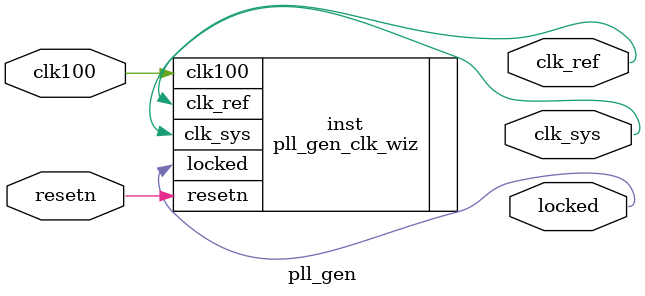
<source format=v>


`timescale 1ps/1ps

(* CORE_GENERATION_INFO = "pll_gen,clk_wiz_v6_0_6_0_0,{component_name=pll_gen,use_phase_alignment=true,use_min_o_jitter=true,use_max_i_jitter=false,use_dyn_phase_shift=false,use_inclk_switchover=false,use_dyn_reconfig=false,enable_axi=0,feedback_source=FDBK_AUTO,PRIMITIVE=PLL,num_out_clk=2,clkin1_period=10.000,clkin2_period=10.000,use_power_down=false,use_reset=true,use_locked=true,use_inclk_stopped=false,feedback_type=SINGLE,CLOCK_MGR_TYPE=NA,manual_override=true}" *)

module pll_gen 
 (
  // Clock out ports
  output        clk_ref,
  output        clk_sys,
  // Status and control signals
  input         resetn,
  output        locked,
 // Clock in ports
  input         clk100
 );

  pll_gen_clk_wiz inst
  (
  // Clock out ports  
  .clk_ref(clk_ref),
  .clk_sys(clk_sys),
  // Status and control signals               
  .resetn(resetn), 
  .locked(locked),
 // Clock in ports
  .clk100(clk100)
  );

endmodule

</source>
